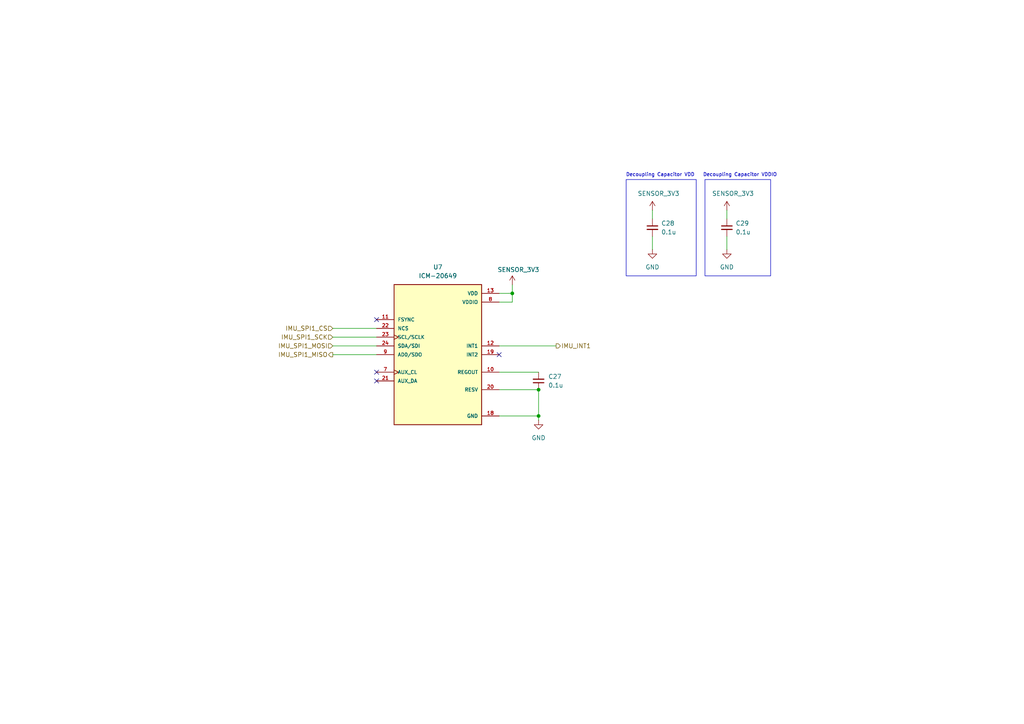
<source format=kicad_sch>
(kicad_sch (version 20231120) (generator "eeschema") (generator_version "8.0")
  (paper "A4")
  (lib_symbols
    (symbol "Device:C_Small" (pin_numbers hide) (pin_names (offset 0.254) hide)
      (property "Reference" "C" (at 0.254 1.778 0))
      (property "Value" "C_Small" (at 0.254 -2.032 0))
      (symbol "C_Small_0_1"
        (polyline (pts (xy -1.524 -0.508) (xy 1.524 -0.508)) (stroke (width 0.3302)))
        (polyline (pts (xy -1.524 0.508) (xy 1.524 0.508)) (stroke (width 0.3048)))
      )
      (symbol "C_Small_1_1"
        (pin passive line (at 0 2.54 270) (length 2.032) (name "~") (number "1"))
        (pin passive line (at 0 -2.54 90) (length 2.032) (name "~") (number "2"))
      )
    )
    (symbol "IMU_Sensors:ICM-20649" (pin_names (offset 1.016))
      (property "Reference" "U" (at -12.7139 20.9779 0))
      (property "Value" "ICM-20649" (at -12.7066 -22.8719 0))
      (symbol "ICM-20649_0_0"
        (rectangle (start -12.7 -20.32) (end 12.7 20.32) (stroke (width 0.254)) (fill (type background)))
        (pin passive line (at 17.78 -5.08 180) (length 5.08) (name "REGOUT") (number "10"))
        (pin input line (at -17.78 10.16 0) (length 5.08) (name "FSYNC") (number "11"))
        (pin output line (at 17.78 2.54 180) (length 5.08) (name "INT1") (number "12"))
        (pin power_in line (at 17.78 17.78 180) (length 5.08) (name "VDD") (number "13"))
        (pin power_in line (at 17.78 -17.78 180) (length 5.08) (name "GND") (number "18"))
        (pin output line (at 17.78 0 180) (length 5.08) (name "INT2") (number "19"))
        (pin passive line (at 17.78 -10.16 180) (length 5.08) (name "RESV") (number "20"))
        (pin bidirectional line (at -17.78 -7.62 0) (length 5.08) (name "AUX_DA") (number "21"))
        (pin input line (at -17.78 7.62 0) (length 5.08) (name "NCS") (number "22"))
        (pin input clock (at -17.78 5.08 0) (length 5.08) (name "SCL/SCLK") (number "23"))
        (pin input line (at -17.78 2.54 0) (length 5.08) (name "SDA/SDI") (number "24"))
        (pin bidirectional clock (at -17.78 -5.08 0) (length 5.08) (name "AUX_CL") (number "7"))
        (pin power_in line (at 17.78 15.24 180) (length 5.08) (name "VDDIO") (number "8"))
        (pin output line (at -17.78 0 0) (length 5.08) (name "AD0/SDO") (number "9"))
      )
    )
    (symbol "power:+3.3V" (power) (pin_numbers hide) (pin_names (offset 0) hide)
      (property "Value" "+3.3V" (at 0 3.556 0))
      (symbol "+3.3V_0_1"
        (polyline (pts (xy -0.762 1.27) (xy 0 2.54)))
        (polyline (pts (xy 0 0) (xy 0 2.54)))
        (polyline (pts (xy 0 2.54) (xy 0.762 1.27)))
      )
      (symbol "+3.3V_1_1"
        (pin power_in line (at 0 0 90) (length 0) (name "~") (number "1"))
      )
    )
    (symbol "power:GND" (power) (pin_numbers hide) (pin_names (offset 0) hide)
      (property "Value" "GND" (at 0 -3.81 0))
      (symbol "GND_0_1"
        (polyline (pts (xy 0 0) (xy 0 -1.27) (xy 1.27 -1.27) (xy 0 -2.54) (xy -1.27 -1.27) (xy 0 -1.27)))
      )
      (symbol "GND_1_1"
        (pin power_in line (at 0 0 270) (length 0) (name "~") (number "1"))
      )
    )
  )
  (junction (at 156.21 113.03))
  (junction (at 156.21 120.65))
  (junction (at 148.59 85.09))
  (no_connect (at 109.22 92.71))
  (no_connect (at 144.78 102.87))
  (no_connect (at 109.22 107.95))
  (no_connect (at 109.22 110.49))
  (wire (pts (xy 96.52 95.25) (xy 109.22 95.25)))
  (wire (pts (xy 144.78 85.09) (xy 148.59 85.09)))
  (wire (pts (xy 144.78 100.33) (xy 161.29 100.33)))
  (wire (pts (xy 144.78 113.03) (xy 156.21 113.03)))
  (wire (pts (xy 144.78 120.65) (xy 156.21 120.65)))
  (wire (pts (xy 148.59 87.63) (xy 144.78 87.63)))
  (wire (pts (xy 189.23 68.58) (xy 189.23 72.39)))
  (wire (pts (xy 96.52 100.33) (xy 109.22 100.33)))
  (wire (pts (xy 144.78 107.95) (xy 156.21 107.95)))
  (wire (pts (xy 156.21 113.03) (xy 156.21 120.65)))
  (wire (pts (xy 156.21 121.92) (xy 156.21 120.65)))
  (wire (pts (xy 148.59 82.55) (xy 148.59 85.09)))
  (wire (pts (xy 210.82 68.58) (xy 210.82 72.39)))
  (wire (pts (xy 96.52 102.87) (xy 109.22 102.87)))
  (wire (pts (xy 189.23 63.5) (xy 189.23 60.96)))
  (wire (pts (xy 96.52 97.79) (xy 109.22 97.79)))
  (wire (pts (xy 148.59 85.09) (xy 148.59 87.63)))
  (wire (pts (xy 210.82 60.96) (xy 210.82 63.5)))
  (rectangle (start 181.61 52.07) (end 201.93 80.01))
  (rectangle (start 204.47 52.07) (end 223.52 80.01))
  (text "Decoupling Capacitor VDD" (at 191.516 50.8 0) (effects (font (size 1 1))))
  (text "Decoupling Capacitor VDDIO\n" (at 214.63 50.8 0) (effects (font (size 1 1))))
  (hierarchical_label "IMU_SPI1_MISO" (shape output) (at 96.52 102.87 180))
  (hierarchical_label "IMU_SPI1_SCK" (shape input) (at 96.52 97.79 180))
  (hierarchical_label "IMU_SPI1_MOSI" (shape input) (at 96.52 100.33 180))
  (hierarchical_label "IMU_SPI1_CS" (shape input) (at 96.52 95.25 180))
  (hierarchical_label "IMU_INT1" (shape output) (at 161.29 100.33 0))
  (symbol (lib_id "power:+3.3V") (at 210.82 60.96 0) (unit 1)
    (property "Reference" "#PWR040" (effects (hide yes)))
    (property "Value" "SENSOR_3V3" (at 206.502 56.134 0) (effects (justify left)))
    (property "Description" "Power symbol creates a global label with name \"+1.8V\"" (effects (hide yes)))
  )
  (symbol (lib_id "power:+3.3V") (at 148.59 82.55 0) (unit 1)
    (property "Reference" "#PWR037" (effects (hide yes)))
    (property "Value" "SENSOR_3V3" (at 144.272 78.232 0) (effects (justify left)))
    (property "Description" "Power symbol creates a global label with name \"+3.3V\"" (effects (hide yes)))
  )
  (symbol (lib_id "Device:C_Small") (at 156.21 110.49 0) (mirror x) (unit 1)
    (property "Reference" "C27" (at 159.004 109.2262 0) (effects (justify left)))
    (property "Value" "0.1u" (at 159.004 111.76 0) (effects (justify left)))
    (property "Footprint" "Capacitor_SMD:C_0402_1005Metric_Pad0.74x0.62mm_HandSolder" (effects (hide yes)))
    (property "Description" "Unpolarized capacitor, small symbol" (effects (hide yes)))
  )
  (symbol (lib_id "power:GND") (at 156.21 121.92 0) (mirror y) (unit 1)
    (property "Reference" "#PWR036" (effects (hide yes)))
    (property "Value" "GND" (at 156.21 127 0))
    (property "Description" "Power symbol creates a global label with name \"GND\" , ground" (effects (hide yes)))
  )
  (symbol (lib_id "Device:C_Small") (at 189.23 66.04 0) (unit 1)
    (property "Reference" "C28" (at 191.77 64.7762 0) (effects (justify left)))
    (property "Value" "0.1u" (at 191.77 67.3162 0) (effects (justify left)))
    (property "Footprint" "Capacitor_SMD:C_0402_1005Metric_Pad0.74x0.62mm_HandSolder" (effects (hide yes)))
    (property "Description" "Unpolarized capacitor, small symbol" (effects (hide yes)))
  )
  (symbol (lib_id "Device:C_Small") (at 210.82 66.04 0) (unit 1)
    (property "Reference" "C29" (at 213.36 64.7762 0) (effects (justify left)))
    (property "Value" "0.1u" (at 213.36 67.3162 0) (effects (justify left)))
    (property "Footprint" "Capacitor_SMD:C_0402_1005Metric_Pad0.74x0.62mm_HandSolder" (effects (hide yes)))
    (property "Description" "Unpolarized capacitor, small symbol" (effects (hide yes)))
  )
  (symbol (lib_id "power:GND") (at 189.23 72.39 0) (unit 1)
    (property "Reference" "#PWR039" (effects (hide yes)))
    (property "Value" "GND" (at 189.23 77.47 0))
    (property "Description" "Power symbol creates a global label with name \"GND\" , ground" (effects (hide yes)))
  )
  (symbol (lib_id "power:+3.3V") (at 189.23 60.96 0) (unit 1)
    (property "Reference" "#PWR035" (effects (hide yes)))
    (property "Value" "SENSOR_3V3" (at 184.912 56.134 0) (effects (justify left)))
    (property "Description" "Power symbol creates a global label with name \"+1.8V\"" (effects (hide yes)))
  )
  (symbol (lib_id "IMU_Sensors:ICM-20649") (at 127 102.87 0) (unit 1)
    (property "Reference" "U7" (at 127 77.47 0))
    (property "Value" "ICM-20649" (at 127 80.01 0))
    (property "Footprint" "ICM-20649:QFN40P300X300X95-24N" (effects (hide yes)))
    (property "Description" "Wide-Range 6-Axis MEMS MotionTracking Device for Sports and High Impact Applications" (effects (hide yes)))
    (property "MF" "TDK InvenSense" (effects (hide yes)))
    (property "DESCRIPTION" "Wide-Range 6-Axis MEMS MotionTracking Device for Sports and High Impact Applications" (effects (hide yes)))
    (property "PACKAGE" "QFN-24 InvenSense" (effects (hide yes)))
    (property "NOTES" "The center Exposed Pad (EP), for MPU devices is a No Connect (NC) pad. To avoid package stress, do not solder the EP to the PCB. Please refer to the document “AN-IVS-0002A-00”. As a result of these guidelines, the exposed pad has not been included on the PCB footprint. We’ve added a keep-out area under the exposed pad. Please don’t route traces or vias under the part, on the same side of the board" (effects (hide yes)))
    (property "Package" "QFN-24 TDK" (effects (hide yes)))
    (property "Check_prices" "https://www.snapeda.com/parts/ICM-20649/TDK+InvenSense/view-part/?ref=eda" (effects (hide yes)))
    (property "Price" "None" (effects (hide yes)))
    (property "PRICE" "None" (effects (hide yes)))
    (property "SnapEDA_Link" "https://www.snapeda.com/parts/ICM-20649/TDK+InvenSense/view-part/?ref=snap" (effects (hide yes)))
    (property "MP" "ICM-20649" (effects (hide yes)))
    (property "Availability" "In Stock" (effects (hide yes)))
    (property "AVAILABILITY" "Unavailable" (effects (hide yes)))
    (property "Description_1" "\nAccelerometer, Gyroscope, Temperature, 6 Axis Sensor I2C, SPI Output\n" (effects (hide yes)))
  )
  (symbol (lib_id "power:GND") (at 210.82 72.39 0) (unit 1)
    (property "Reference" "#PWR041" (effects (hide yes)))
    (property "Value" "GND" (at 210.82 77.47 0))
    (property "Description" "Power symbol creates a global label with name \"GND\" , ground" (effects (hide yes)))
  )
)
</source>
